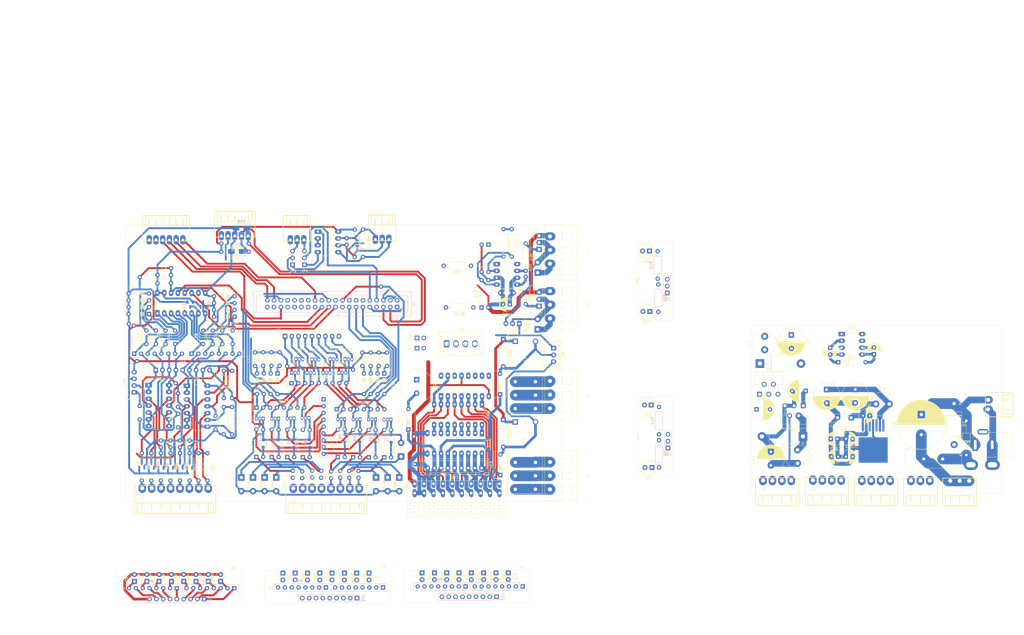
<source format=kicad_pcb>
(kicad_pcb
	(version 20240108)
	(generator "pcbnew")
	(generator_version "8.0")
	(general
		(thickness 1.6)
		(legacy_teardrops no)
	)
	(paper "A3")
	(layers
		(0 "F.Cu" signal)
		(31 "B.Cu" signal)
		(32 "B.Adhes" user "B.Adhesive")
		(33 "F.Adhes" user "F.Adhesive")
		(34 "B.Paste" user)
		(35 "F.Paste" user)
		(36 "B.SilkS" user "B.Silkscreen")
		(37 "F.SilkS" user "F.Silkscreen")
		(38 "B.Mask" user)
		(39 "F.Mask" user)
		(40 "Dwgs.User" user "User.Drawings")
		(41 "Cmts.User" user "User.Comments")
		(42 "Eco1.User" user "User.Eco1")
		(43 "Eco2.User" user "User.Eco2")
		(44 "Edge.Cuts" user)
		(45 "Margin" user)
		(46 "B.CrtYd" user "B.Courtyard")
		(47 "F.CrtYd" user "F.Courtyard")
		(48 "B.Fab" user)
		(49 "F.Fab" user)
		(50 "User.1" user)
		(51 "User.2" user)
		(52 "User.3" user)
		(53 "User.4" user)
		(54 "User.5" user)
		(55 "User.6" user)
		(56 "User.7" user)
		(57 "User.8" user)
		(58 "User.9" user)
	)
	(setup
		(pad_to_mask_clearance 0)
		(allow_soldermask_bridges_in_footprints no)
		(pcbplotparams
			(layerselection 0x00010fc_ffffffff)
			(plot_on_all_layers_selection 0x0000000_00000000)
			(disableapertmacros no)
			(usegerberextensions no)
			(usegerberattributes yes)
			(usegerberadvancedattributes yes)
			(creategerberjobfile yes)
			(dashed_line_dash_ratio 12.000000)
			(dashed_line_gap_ratio 3.000000)
			(svgprecision 4)
			(plotframeref no)
			(viasonmask no)
			(mode 1)
			(useauxorigin no)
			(hpglpennumber 1)
			(hpglpenspeed 20)
			(hpglpendiameter 15.000000)
			(pdf_front_fp_property_popups yes)
			(pdf_back_fp_property_popups yes)
			(dxfpolygonmode yes)
			(dxfimperialunits yes)
			(dxfusepcbnewfont yes)
			(psnegative no)
			(psa4output no)
			(plotreference yes)
			(plotvalue yes)
			(plotfptext yes)
			(plotinvisibletext no)
			(sketchpadsonfab no)
			(subtractmaskfromsilk no)
			(outputformat 1)
			(mirror no)
			(drillshape 1)
			(scaleselection 1)
			(outputdirectory "")
		)
	)
	(net 0 "")
	(net 1 "+5V")
	(net 2 "/Buzzer")
	(net 3 "+24V filtered")
	(net 4 "GND")
	(net 5 "+3V3")
	(net 6 "/ADC_CH3")
	(net 7 "/ADC_CH1")
	(net 8 "+12V")
	(net 9 "Net-(D6-K)")
	(net 10 "Net-(U1-BOOT)")
	(net 11 "/Dig-IN_1")
	(net 12 "Net-(U11-CAP+)")
	(net 13 "Net-(D14-K)")
	(net 14 "-5V")
	(net 15 "/ADC_CH5")
	(net 16 "/ADC_CH6")
	(net 17 "/ADC_CH0")
	(net 18 "/ADC_CH2")
	(net 19 "/ADC_CH7")
	(net 20 "/ADC_CH4")
	(net 21 "/Dig-IN_2")
	(net 22 "/Dig-IN_3")
	(net 23 "/Dig-IN_4")
	(net 24 "/Dig-IN_5")
	(net 25 "/Dig-IN_6")
	(net 26 "/Dig-IN_7")
	(net 27 "/Dig-IN_8")
	(net 28 "Net-(D1-K)")
	(net 29 "Net-(D2-K)")
	(net 30 "Net-(D5-K)")
	(net 31 "OUT_Digital_1_open-drain")
	(net 32 "Net-(U3C-+)")
	(net 33 "Net-(U3D-+)")
	(net 34 "IN_Analog_6 (0-20mA)")
	(net 35 "IN_Analog_7 (0-20mA)")
	(net 36 "Net-(U9B-+)")
	(net 37 "/OUT_PWM_1_diode")
	(net 38 "/OUT_PWM_2_diode")
	(net 39 "Net-(D34-A)")
	(net 40 "Net-(U9A-+)")
	(net 41 "OUT_Digital_2_open-drain")
	(net 42 "OUT_Digital_3_open-drain")
	(net 43 "OUT_Digital_4_open-drain")
	(net 44 "OUT_Digital_5_open-drain")
	(net 45 "Net-(U3A-+)")
	(net 46 "I2C_SDA")
	(net 47 "RS485_B")
	(net 48 "RS485_A")
	(net 49 "Net-(D50-A1)")
	(net 50 "Net-(D51-A)")
	(net 51 "Net-(D53-A1)")
	(net 52 "Net-(D54-A)")
	(net 53 "Net-(D56-A1)")
	(net 54 "Net-(D57-A)")
	(net 55 "Net-(D59-A1)")
	(net 56 "Net-(D60-A)")
	(net 57 "Net-(D62-A1)")
	(net 58 "Net-(D63-A)")
	(net 59 "Net-(D65-A1)")
	(net 60 "Net-(D66-A)")
	(net 61 "Net-(D68-A1)")
	(net 62 "Net-(D69-A)")
	(net 63 "Net-(D71-A1)")
	(net 64 "Net-(D72-A)")
	(net 65 "+BATT")
	(net 66 "unconnected-(J1-ID_SD{slash}GPIO0-Pad27)")
	(net 67 "/SPI_CE0_ADC")
	(net 68 "Net-(J1-3V3-Pad1)")
	(net 69 "/SPI0_miso_ADC")
	(net 70 "/UART_DIR-T")
	(net 71 "/SPI0_mosi_ADC")
	(net 72 "/SPI0_sclk_ADC")
	(net 73 "/UART_TX")
	(net 74 "/SPI1_miso_FREE")
	(net 75 "/SR-OUT_latch")
	(net 76 "/SPI1_mosi_FREE")
	(net 77 "/SR-OUT_clock")
	(net 78 "/SR-OUT_data")
	(net 79 "unconnected-(J1-ID_SC{slash}GPIO1-Pad28)")
	(net 80 "/SPI1_CE_FREE")
	(net 81 "/UART_RX")
	(net 82 "/OUT_PWM_2")
	(net 83 "/SPI1_sclk_FREE")
	(net 84 "/OUT_PWM_1")
	(net 85 "IN_Digital_8")
	(net 86 "IN_Digital_5")
	(net 87 "IN_Digital_2")
	(net 88 "IN_Digital_3")
	(net 89 "IN_Digital_4")
	(net 90 "IN_Digital_6")
	(net 91 "IN_Digital_7")
	(net 92 "IN_Digital_1")
	(net 93 "OUT_Digital_8")
	(net 94 "OUT_Digital_7_open-drain")
	(net 95 "OUT_Digital_2")
	(net 96 "OUT_Digital_4")
	(net 97 "OUT_Digital_5")
	(net 98 "OUT_Digital_6")
	(net 99 "OUT_Digital_3")
	(net 100 "OUT_Digital_7")
	(net 101 "OUT_Digital_8_open-drain")
	(net 102 "OUT_Digital_1")
	(net 103 "OUT_Digital_6_open-drain")
	(net 104 "Net-(J4-Pin_1)")
	(net 105 "Net-(J4-Pin_2)")
	(net 106 "Net-(J4-Pin_3)")
	(net 107 "OUT_Digital_COM_open-drain")
	(net 108 "Net-(J6-Pin_1)")
	(net 109 "Net-(J6-Pin_3)")
	(net 110 "Net-(J6-Pin_2)")
	(net 111 "IN_Analog_1 (0-3.3V)")
	(net 112 "IN_Analog_5 (0-24V)")
	(net 113 "IN_Analog_4 (0-12V)")
	(net 114 "IN_Analog_2 (0-5V)")
	(net 115 "IN_Analog_0 (0-3.3V)")
	(net 116 "IN_Analog_3 (0-5V)")
	(net 117 "Net-(Q1-G)")
	(net 118 "Net-(Q2-G)")
	(net 119 "Net-(Q2-D)")
	(net 120 "Net-(Q5-G)")
	(net 121 "Net-(C17-Pad1)")
	(net 122 "Net-(Q7-G)")
	(net 123 "Net-(Q7-D)")
	(net 124 "Net-(C29-Pad1)")
	(net 125 "Net-(Q9-G)")
	(net 126 "Net-(C30-Pad1)")
	(net 127 "Net-(Q10-G)")
	(net 128 "Net-(Q11-D)")
	(net 129 "Net-(Q11-G)")
	(net 130 "Net-(C31-Pad1)")
	(net 131 "Net-(Q13-G)")
	(net 132 "Net-(Q13-D)")
	(net 133 "Net-(C32-Pad1)")
	(net 134 "Net-(Q15-D)")
	(net 135 "Net-(Q15-G)")
	(net 136 "Net-(C33-Pad1)")
	(net 137 "Net-(Q17-G)")
	(net 138 "Net-(Q17-D)")
	(net 139 "Net-(C34-Pad1)")
	(net 140 "Net-(Q19-D)")
	(net 141 "Net-(Q19-G)")
	(net 142 "Net-(C35-Pad1)")
	(net 143 "Net-(U9C--)")
	(net 144 "Net-(U12-~{OUTA})")
	(net 145 "Net-(U12-~{OUTB})")
	(net 146 "Net-(U12-INB)")
	(net 147 "Net-(R33-Pad1)")
	(net 148 "Net-(U9D--)")
	(net 149 "Net-(U12-INA)")
	(net 150 "Net-(R108-Pad1)")
	(net 151 "unconnected-(U1-EN-Pad7)")
	(net 152 "unconnected-(U1-NC-Pad5)")
	(net 153 "unconnected-(U2-QH'-Pad9)")
	(net 154 "unconnected-(U11-OSC-Pad7)")
	(net 155 "unconnected-(U11-NC-Pad1)")
	(net 156 "unconnected-(U12-NC-Pad8)")
	(net 157 "unconnected-(U12-NC-Pad1)")
	(net 158 "Net-(U3B-+)")
	(net 159 "Net-(D45-K)")
	(net 160 "/LED_analog-CH6")
	(net 161 "/LED_analog-CH2")
	(net 162 "/LED_analog-CH7")
	(net 163 "/LED_analog-CH5")
	(net 164 "/LED_analog-CH0")
	(net 165 "/LED_analog-CH1")
	(net 166 "/LED_analog-CH3")
	(net 167 "/LED_analog-CH4")
	(net 168 "Net-(D10-K)")
	(net 169 "Net-(D7-A)")
	(net 170 "Net-(D8-A)")
	(net 171 "Net-(D10-A)")
	(net 172 "Net-(D15-A)")
	(net 173 "Net-(D17-A)")
	(net 174 "Net-(D23-A)")
	(net 175 "Net-(D26-A)")
	(net 176 "Net-(D27-A)")
	(net 177 "Net-(D82-K)")
	(net 178 "Net-(D82-A)")
	(net 179 "Net-(D83-K)")
	(net 180 "Net-(D84-K)")
	(net 181 "Net-(D85-K)")
	(net 182 "Net-(D86-K)")
	(net 183 "Net-(D87-K)")
	(net 184 "Net-(D88-K)")
	(net 185 "Net-(D89-K)")
	(net 186 "Net-(J25-Pin_8)")
	(net 187 "Net-(J25-Pin_5)")
	(net 188 "Net-(J25-Pin_7)")
	(net 189 "Net-(J25-Pin_2)")
	(net 190 "Net-(J25-Pin_6)")
	(net 191 "Net-(J25-Pin_1)")
	(net 192 "Net-(J25-Pin_4)")
	(net 193 "Net-(J25-Pin_3)")
	(net 194 "Net-(J27-Pin_4)")
	(net 195 "Net-(J27-Pin_8)")
	(net 196 "Net-(J27-Pin_1)")
	(net 197 "Net-(J27-Pin_5)")
	(net 198 "Net-(J27-Pin_6)")
	(net 199 "Net-(J27-Pin_7)")
	(net 200 "Net-(J27-Pin_3)")
	(net 201 "Net-(J27-Pin_2)")
	(net 202 "Net-(D20-A)")
	(net 203 "Net-(D20-K)")
	(net 204 "Net-(D30-K)")
	(net 205 "Net-(D37-K)")
	(net 206 "Net-(D40-K)")
	(net 207 "Net-(D41-K)")
	(net 208 "Net-(D42-K)")
	(net 209 "Net-(D43-K)")
	(net 210 "Net-(D44-K)")
	(net 211 "/LED_digital-out_2")
	(net 212 "/LED_digital-out_8")
	(net 213 "/LED_digital-out_6")
	(net 214 "/LED_digital-out_5")
	(net 215 "/LED_digital-out_4")
	(net 216 "/LED_digital-out_7")
	(net 217 "/LED_digital-out_1")
	(net 218 "/LED_digital-out_3")
	(net 219 "Net-(J23-Pin_1)")
	(net 220 "Net-(J23-Pin_5)")
	(net 221 "Net-(J23-Pin_3)")
	(net 222 "Net-(J23-Pin_2)")
	(net 223 "Net-(J23-Pin_8)")
	(net 224 "Net-(J23-Pin_7)")
	(net 225 "Net-(J23-Pin_4)")
	(net 226 "Net-(J23-Pin_6)")
	(net 227 "/LED_relay-1")
	(net 228 "/LED_PWM-1")
	(net 229 "/LED_PWM-2")
	(net 230 "Net-(D34-K)")
	(net 231 "/LED_relay-2")
	(net 232 "Net-(D52-K)")
	(net 233 "Net-(D52-A)")
	(net 234 "Net-(D55-K)")
	(net 235 "Net-(J30-Pin_3)")
	(net 236 "Net-(J30-Pin_2)")
	(net 237 "Net-(J31-Pin_3)")
	(net 238 "Net-(J31-Pin_2)")
	(net 239 "Net-(RN9-R2.2)")
	(net 240 "Net-(RN9-R8.2)")
	(net 241 "Net-(RN9-R7.2)")
	(net 242 "Net-(RN9-R5.2)")
	(net 243 "Net-(RN9-R1.2)")
	(net 244 "Net-(RN9-R6.2)")
	(net 245 "Net-(RN9-R3.2)")
	(net 246 "Net-(RN9-R4.2)")
	(net 247 "/DIP_EN-Filter-ADC3")
	(net 248 "/DIP_EN-Filter-ADC1")
	(net 249 "/DIP_EN-Filter-ADC5")
	(net 250 "/DIP_EN-Filter-ADC6")
	(net 251 "/DIP_EN-Filter-ADC0")
	(net 252 "/DIP_EN-Filter-ADC2")
	(net 253 "/DIP_EN-Filter-ADC7")
	(net 254 "/DIP_EN-Filter-ADC4")
	(net 255 "unconnected-(J3-Pin_6-Pad6)")
	(net 256 "unconnected-(J3-Pin_5-Pad5)")
	(net 257 "unconnected-(J19-Pin_4-Pad4)")
	(net 258 "unconnected-(J19-Pin_5-Pad5)")
	(net 259 "I2C_SCL")
	(net 260 "Net-(J10-Pin_2)")
	(net 261 "Net-(J10-Pin_1)")
	(net 262 "Net-(JP4-A)")
	(net 263 "Net-(JP5-A)")
	(net 264 "GNDPWR")
	(net 265 "Net-(JP6-A)")
	(footprint "Capacitor_THT:CP_Radial_D10.0mm_P5.00mm" (layer "F.Cu") (at 316.738 143.174323 -90))
	(footprint "Connector_JST:JST_XH_B9B-XH-A_1x09_P2.50mm_Vertical" (layer "F.Cu") (at 128.664 143.68515))
	(footprint "Resistor_THT:R_Axial_DIN0207_L6.3mm_D2.5mm_P2.54mm_Vertical" (layer "F.Cu") (at 151.511 109.728 90))
	(footprint "Button_Switch_THT:SW_DIP_SPSTx04_Slide_9.78x12.34mm_W7.62mm_P2.54mm" (layer "F.Cu") (at 78.1495 135.389 180))
	(footprint "Package_TO_SOT_THT:TO-92_Inline" (layer "F.Cu") (at 131.1235 157.21105))
	(footprint "Package_DIP:DIP-4_W10.16mm" (layer "F.Cu") (at 201.671 132.969 90))
	(footprint "Button_Switch_THT:SW_DIP_SPSTx01_Slide_9.78x4.72mm_W7.62mm_P2.54mm" (layer "F.Cu") (at 174.498 178.2655 90))
	(footprint "Capacitor_THT:CP_Radial_D5.0mm_P2.50mm" (layer "F.Cu") (at 212.152113 131.826 180))
	(footprint "Relay_THT:Relay_SPDT_Omron_G2RL-1-E" (layer "F.Cu") (at 214.182 145.522))
	(footprint "Resistor_THT:R_Axial_DIN0207_L6.3mm_D2.5mm_P10.16mm_Horizontal" (layer "F.Cu") (at 99.822 187.0877 -90))
	(footprint "LED_THT:LED_D3.0mm_IRGrey" (layer "F.Cu") (at 91.02905 234.6843 90))
	(footprint "LED_THT:LED_D3.0mm_IRGrey" (layer "F.Cu") (at 127.85905 231.6313 -90))
	(footprint "Capacitor_THT:CP_Radial_D8.0mm_P5.00mm" (layer "F.Cu") (at 322.061651 163.967646 180))
	(footprint "Diode_THT:D_DO-201AD_P15.24mm_Horizontal" (layer "F.Cu") (at 305.054 153.797))
	(footprint "Package_DIP:DIP-8_W7.62mm_LongPads"
		(layer "F.Cu")
		(uuid "0a190fd7-2dbf-4d42-bf26-6ca23693d527")
		(at 140.828 104.785)
		(descr "8-lead though-hole mounted DIP package, row spacing 7.62 mm (300 mils), LongPads")
		(tags "THT DIP DIL PDIP 2.54mm 7.62mm 300mil LongPads")
		(property "Reference" "U16"
			(at 3.81 -2.33 0)
			(layer "F.SilkS")
			(uuid "774d4eee-02fd-40fc-9307-dc87ff5b3d17")
			(effects
				(font
					(size 1 1)
					(thickness 0.15)
				)
			)
		)
		(property "Value" "MAX3483"
			(at 3.81 9.95 0)
			(layer "F.Fab")
			(uuid "0a8e769d-8d10-463f-b6d0-98d39dfd4189")
			(effects
				(font
					(size 1 1)
					(thickness 0.15)
				)
			)
		)
		(prop
... [1926052 chars truncated]
</source>
